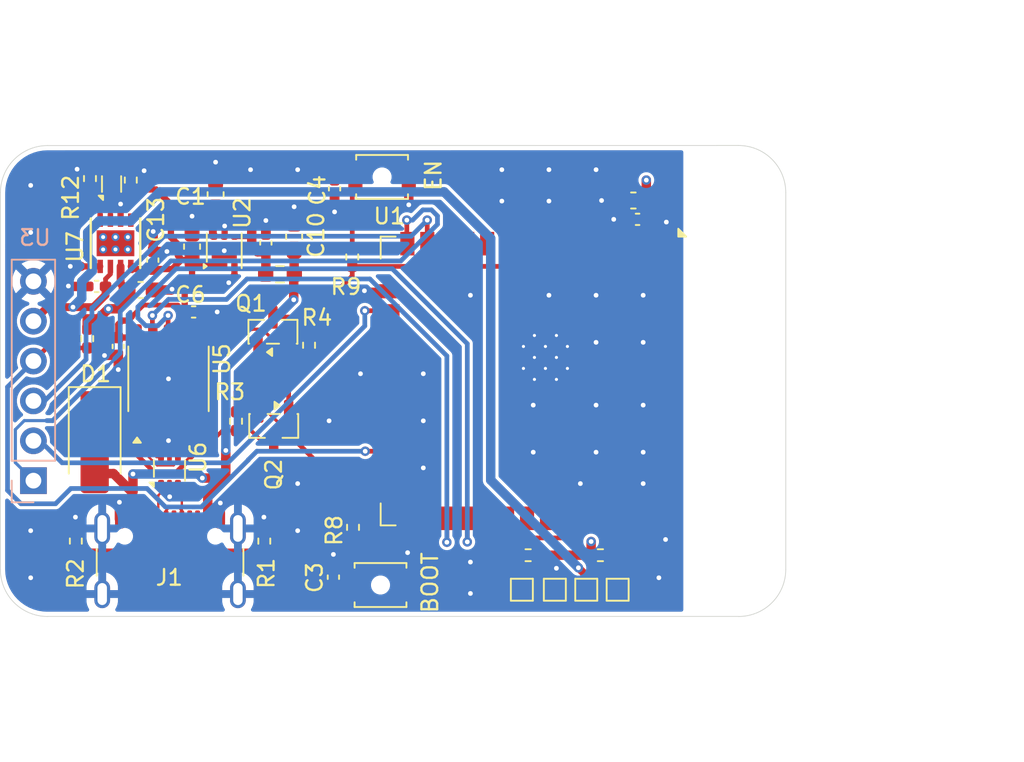
<source format=kicad_pcb>
(kicad_pcb (version 20241229) (generator "pcbnew") (generator_version "9.0")
  (layers (0 "F.Cu" signal) (4 "In1.Cu" signal) (6 "In2.Cu" signal) (2 "B.Cu" signal) (13 "F.Paste" user) (15 "B.Paste" user) (5 "F.SilkS" user "F.Silkscreen") (7 "B.SilkS" user "B.Silkscreen") (1 "F.Mask" user) (3 "B.Mask" user) (25 "Edge.Cuts" user))
  (net 0 "")
  (net 1 "GND")
  (net 2 "+VBUSFTL")
  (net 3 "+3V3")
  (net 4 "Net-(BOOT1-Pad1)")
  (net 5 "Net-(C4-Pad1)")
  (net 6 "+VIN")
  (net 7 "+VBUS")
  (net 8 "+EXTR3V3")
  (net 9 "Net-(D1-K)")
  (net 10 "Net-(D3-K)")
  (net 11 "/USBCC2")
  (net 12 "/USBCD-")
  (net 13 "/USBCC1")
  (net 15 "/USBCD+")
  (net 17 "Net-(Q1-B)")
  (net 18 "/TTLRTS")
  (net 19 "/PROG_EN")
  (net 20 "/TTLDTR")
  (net 21 "Net-(Q2-B)")
  (net 22 "/PROG_IO0")
  (net 23 "/I2CSDA")
  (net 24 "/I2CSCL")
  (net 25 "/SPI_CS")
  (net 26 "Net-(U7-ILIM)")
  (net 29 "/SPI_MOSI")
  (net 40 "/SPI_MISO")
  (net 44 "/UART_RX")
  (net 47 "/UART_TX")
  (net 49 "/SPI_SCK")
  (net 57 "/USBD-")
  (net 58 "/USBD+")
  (footprint "Capacitor_SMD:C_0402_1005Metric_Pad0.74x0.62mm_HandSolder" (layer "F.Cu") (at 138.275 111.9625 90)
    (property "Reference" "C3")
    (property "Value" "1nF" (hide yes))
  )
  (footprint "Resistor_SMD:R_0402_1005Metric_Pad0.72x0.64mm_HandSolder" (layer "F.Cu") (at 155.275 110.5625 180)
    (property "Reference" "R6" (hide yes))
    (property "Value" "10K" (hide yes))
  )
  (footprint "Connector_USB:USB_C_Receptacle_GCT_USB4105-xx-A_16P_TopMnt_Horizontal" (layer "F.Cu") (at 127.875 111.9625)
    (property "Reference" "J1")
    (property "Value" "USB_C_Receptacle_USB2.0_16P" (hide yes))
  )
  (footprint "Resistor_SMD:R_0402_1005Metric_Pad0.72x0.64mm_HandSolder" (layer "F.Cu") (at 121.875 109.6625 90)
    (property "Reference" "R2")
    (property "Value" "5k1" (hide yes))
  )
  (footprint "Resistor_SMD:R_0402_1005Metric_Pad0.72x0.64mm_HandSolder" (layer "F.Cu") (at 125.375 86.6625 90)
    (property "Reference" "R13" (hide yes))
    (property "Value" "100k" (hide yes))
  )
  (footprint "Capacitor_SMD:C_0603_1608Metric_Pad1.08x0.95mm_HandSolder" (layer "F.Cu") (at 126 93.6625)
    (property "Reference" "C12" (hide yes))
    (property "Value" "1uF" (hide yes))
  )
  (footprint "RF_Module:ESP32-WROOM-32E" (layer "F.Cu") (at 154.235 99.4625 -90)
    (property "Reference" "U1")
    (property "Value" "ESP32-WROOM-32E-N8" (hide yes))
  )
  (footprint "Resistor_SMD:R_0402_1005Metric_Pad0.72x0.64mm_HandSolder" (layer "F.Cu") (at 132.075 102.025 90)
    (property "Reference" "R3")
    (property "Value" "12k" (hide yes))
  )
  (footprint "TestPoint:TestPoint_Pad_1.0x1.0mm" (layer "F.Cu") (at 156.375 112.7625)
    (property "Reference" "TP2" (hide yes))
    (property "Value" "TestPoint" (hide yes))
  )
  (footprint "Capacitor_SMD:C_0402_1005Metric_Pad0.74x0.62mm_HandSolder" (layer "F.Cu") (at 129.375 95.0625)
    (property "Reference" "C6")
    (property "Value" "100nF" (hide yes))
  )
  (footprint "Resistor_SMD:R_0603_1608Metric_Pad0.98x0.95mm_HandSolder" (layer "F.Cu") (at 134.875 92.6625 180)
    (property "Reference" "R11" (hide yes))
    (property "Value" "1R" (hide yes))
  )
  (footprint "TestPoint:TestPoint_Pad_1.0x1.0mm" (layer "F.Cu") (at 154.375 112.7625 180)
    (property "Reference" "TP3" (hide yes))
    (property "Value" "TestPoint" (hide yes))
  )
  (footprint "Resistor_SMD:R_0402_1005Metric_Pad0.72x0.64mm_HandSolder" (layer "F.Cu") (at 139.525 108.7875 -90)
    (property "Reference" "R8")
    (property "Value" "470R" (hide yes))
  )
  (footprint "Capacitor_SMD:C_0402_1005Metric_Pad0.74x0.62mm_HandSolder" (layer "F.Cu") (at 126.775 91.7625 90)
    (property "Reference" "C13")
    (property "Value" "100nF" (hide yes))
  )
  (footprint "Power Management:DRB8_2P4X1P65" (layer "F.Cu") (at 124.4 90.6875 -90)
    (property "Reference" "U7")
    (property "Value" "TPS2115ADRBT" (hide yes))
  )
  (footprint "Resistor_SMD:R_0402_1005Metric_Pad0.72x0.64mm_HandSolder" (layer "F.Cu") (at 136.725 97.185 90)
    (property "Reference" "R4")
    (property "Value" "12k" (hide yes))
  )
  (footprint "Resistor_SMD:R_0402_1005Metric_Pad0.72x0.64mm_HandSolder" (layer "F.Cu") (at 122.775 86.565 90)
    (property "Reference" "R12")
    (property "Value" "500R" (hide yes))
  )
  (footprint "Package_TO_SOT_SMD:SOT-23" (layer "F.Cu") (at 134.475 102.325 -90)
    (property "Reference" "Q2")
    (property "Value" "SS8050" (hide yes))
  )
  (footprint "Button_Switch_SMD:SW_SPST_B3U-1000P-B" (layer "F.Cu") (at 141.375 86.4625)
    (property "Reference" "EN")
    (property "Value" "B3U-1000P-B" (hide yes))
  )
  (footprint "Capacitor_SMD:C_0402_1005Metric_Pad0.74x0.62mm_HandSolder" (layer "F.Cu") (at 124.575 97.2625 -90)
    (property "Reference" "C7" (hide yes))
    (property "Value" "100nF" (hide yes))
  )
  (footprint "Capacitor_SMD:C_0402_1005Metric_Pad0.74x0.62mm_HandSolder" (layer "F.Cu") (at 157.6425 89.1625 180)
    (property "Reference" "C8" (hide yes))
    (property "Value" "100nF" (hide yes))
  )
  (footprint "Capacitor_SMD:C_0402_1005Metric_Pad0.74x0.62mm_HandSolder" (layer "F.Cu") (at 123.2 93.4375 180)
    (property "Reference" "C14" (hide yes))
    (property "Value" "100nF" (hide yes))
  )
  (footprint "Resistor_SMD:R_0402_1005Metric_Pad0.72x0.64mm_HandSolder" (layer "F.Cu") (at 122.6 96.7625 -90)
    (property "Reference" "R7" (hide yes))
    (property "Value" "10K" (hide yes))
  )
  (footprint "Capacitor_SMD:C_0603_1608Metric_Pad1.08x0.95mm_HandSolder" (layer "F.Cu") (at 157.375 87.9625 180)
    (property "Reference" "C9" (hide yes))
    (property "Value" "10uF" (hide yes))
  )
  (footprint "Diode_SMD:D_SMA" (layer "F.Cu") (at 123.075 103.3625 -90)
    (property "Reference" "D1")
    (property "Value" "SS110" (hide yes))
  )
  (footprint "Capacitor_SMD:C_0603_1608Metric_Pad1.08x0.95mm_HandSolder" (layer "F.Cu") (at 130.775 87.575 90)
    (property "Reference" "C1")
    (property "Value" "1uF" (hide yes))
  )
  (footprint "Button_Switch_SMD:SW_SPST_B3U-1000P-B" (layer "F.Cu") (at 141.275 112.4625)
    (property "Reference" "BOOT")
    (property "Value" "B3U-1000P-B" (hide yes))
  )
  (footprint "Package_DFN_QFN:Diodes_DFN1006-3" (layer "F.Cu") (at 124.15 86.9125 90)
    (property "Reference" "D3" (hide yes))
    (property "Value" "BAT54CM,315" (hide yes))
  )
  (footprint "Resistor_SMD:R_0402_1005Metric_Pad0.72x0.64mm_HandSolder" (layer "F.Cu") (at 150.675 110.5625)
    (property "Reference" "R5" (hide yes))
    (property "Value" "10K" (hide yes))
  )
  (footprint "Capacitor_SMD:C_0603_1608Metric_Pad1.08x0.95mm_HandSolder" (layer "F.Cu") (at 129.275 90.9 90)
    (property "Reference" "C2" (hide yes))
    (property "Value" "2u2F" (hide yes))
  )
  (footprint "Package_SO:SSOP-10-1EP_3.9x4.9mm_P1mm_EP2.1x3.3mm" (layer "F.Cu") (at 127.775 99.325 90)
    (property "Reference" "U5")
    (property "Value" "CH340K" (hide yes))
  )
  (footprint "Capacitor_SMD:C_0603_1608Metric_Pad1.08x0.95mm_HandSolder" (layer "F.Cu") (at 135.775 90.2625 90)
    (property "Reference" "C10")
    (property "Value" "1uF" (hide yes))
  )
  (footprint "Package_TO_SOT_SMD:SOT-666" (layer "F.Cu") (at 127.8375 105.1625 90)
    (property "Reference" "U6")
    (property "Value" "USBLC6-2P6" (hide yes))
  )
  (footprint "Package_TO_SOT_SMD:SOT-23" (layer "F.Cu") (at 134.425 96.325 90)
    (property "Reference" "Q1")
    (property "Value" "SS8050" (hide yes))
  )
  (footprint "Package_SON:WSON-6-1EP_2x2mm_P0.65mm_EP1x1.6mm" (layer "F.Cu") (at 131.325 91.1625 90)
    (property "Reference" "U2")
    (property "Value" "TLV76733DRVR" (hide yes))
  )
  (footprint "Capacitor_SMD:C_0402_1005Metric_Pad0.74x0.62mm_HandSolder" (layer "F.Cu") (at 138.35 87.2125 -90)
    (property "Reference" "C4")
    (property "Value" "1nF" (hide yes))
  )
  (footprint "TestPoint:TestPoint_Pad_1.0x1.0mm" (layer "F.Cu") (at 150.275 112.7625)
    (property "Reference" "TP1" (hide yes))
    (property "Value" "TestPoint" (hide yes))
  )
  (footprint "TestPoint:TestPoint_Pad_1.0x1.0mm" (layer "F.Cu") (at 152.375 112.7625 180)
    (property "Reference" "TP4" (hide yes))
    (property "Value" "TestPoint" (hide yes))
  )
  (footprint "Capacitor_SMD:C_0402_1005Metric_Pad0.74x0.62mm_HandSolder" (layer "F.Cu") (at 133.975 90.6625 90)
    (property "Reference" "C11" (hide yes))
    (property "Value" "100nF" (hide yes))
  )
  (footprint "Resistor_SMD:R_0402_1005Metric_Pad0.72x0.64mm_HandSolder" (layer "F.Cu") (at 133.875 109.665 90)
    (property "Reference" "R1")
    (property "Value" "5k1" (hide yes))
  )
  (footprint "Resistor_SMD:R_0402_1005Metric_Pad0.72x0.64mm_HandSolder" (layer "F.Cu") (at 139.475 91.5625 90)
    (property "Reference" "R9")
    (property "Value" "470R" (hide yes))
  )
  (footprint "Connector_PinHeader_2.54mm:PinHeader_1x06_P2.54mm_Vertical" (layer "B.Cu") (at 119.175 105.8125)
    (property "Reference" "U3")
    (property "Value" "LOG Interface" (hide yes))
  )
  (gr_line (start 120.07132 114.4625) (end 164.07868 114.4625) (stroke (width 0.05)) (layer "Edge.Cuts"))
  (gr_arc (start 117.075 87.4625) (mid 117.95368 85.34118) (end 120.075 84.4625) (stroke (width 0.05)) (layer "Edge.Cuts"))
  (gr_line (start 117.075 87.4625) (end 117.07132 111.4662) (stroke (width 0.05)) (layer "Edge.Cuts"))
  (gr_arc (start 164.07868 84.45882) (mid 166.2 85.3375) (end 167.07868 87.45882) (stroke (width 0.05)) (layer "Edge.Cuts"))
  (gr_arc (start 120.07132 114.46618) (mid 117.95 113.5875) (end 117.07132 111.46618) (stroke (width 0.05)) (layer "Edge.Cuts"))
  (gr_line (start 164.0787 84.45882) (end 120.075 84.4625) (stroke (width 0.05)) (layer "Edge.Cuts"))
  (gr_arc (start 167.07868 111.46618) (mid 166.2 113.5875) (end 164.07868 114.46618) (stroke (width 0.05)) (layer "Edge.Cuts"))
  (gr_line (start 167.078679 111.46618) (end 167.07868 87.45882) (stroke (width 0.05)) (layer "Edge.Cuts"))
  (segment (start 127.8375 106.0875) (end 127.8375 106.825) (width 0.3) (layer "F.Cu") (net 1))
  (segment (start 122.775 85.9675) (end 121.955 85.9675) (width 0.6) (layer "F.Cu") (net 1))
  (segment (start 121.85 109.04) (end 121.875 109.065) (width 0.4) (layer "F.Cu") (net 1))
  (segment (start 122.3325 93.4375) (end 121.4 93.4375) (width 0.6) (layer "F.Cu") (net 1))
  (segment (start 131.975 92.05) (end 131.975 92.838914) (width 0.4) (layer "F.Cu") (net 1))
  (segment (start 143 110.4) (end 143 112.4375) (width 0.6) (layer "F.Cu") (net 1))
  (segment (start 157.075 89.1625) (end 156.125 89.1625) (width 0.6) (layer "F.Cu") (net 1))
  (segment (start 141.7 93.7125) (end 141.735 93.7475) (width 0.4) (layer "F.Cu") (net 1))
  (segment (start 124.575 97.83) (end 123.7075 97.83) (width 0.6) (layer "F.Cu") (net 1))
  (segment (start 121.4 93.4375) (end 121.4 93.4125) (width 0.4) (layer "F.Cu") (net 1))
  (segment (start 126.8 89.9375) (end 126.8 91.17) (width 0.6) (layer "F.Cu") (net 1))
  (segment (start 156.5125 87.9625) (end 155.35 87.9625) (width 0.6) (layer "F.Cu") (net 1))
  (segment (start 159.425 109.5625) (end 159.425 108.2825) (width 0.6) (layer "F.Cu") (net 1))
  (segment (start 130.875 95.0625) (end 129.9425 95.0625) (width 0.6) (layer "F.Cu") (net 1))
  (segment (start 133.85 109.0425) (end 133.875 109.0675) (width 0.4) (layer "F.Cu") (net 1))
  (segment (start 121.523 92.158) (end 122.1955 92.158) (width 0.6) (layer "F.Cu") (net 1))
  (segment (start 124.65 107.1875) (end 124.65 108.2575) (width 0.6) (layer "F.Cu") (net 1))
  (segment (start 127.675 91.2125) (end 126.7925 91.2125) (width 0.6) (layer "F.Cu") (net 1))
  (segment (start 138.35 87.78) (end 138.35 88.6875) (width 0.6) (layer "F.Cu") (net 1))
  (segment (start 122.1955 92.158) (end 122.200001 92.162501) (width 0.4) (layer "F.Cu") (net 1))
  (segment (start 159.425 108.2825) (end 159.495 108.2125) (width 0.4) (layer "F.Cu") (net 1))
  (segment (start 135.775 89.4) (end 135.775 88.3625) (width 0.6) (layer "F.Cu") (net 1))
  (segment (start 131.35 90.25) (end 131.325 90.275) (width 0.4) (layer "F.Cu") (net 1))
  (segment (start 126.7925 91.2125) (end 126.775 91.195) (width 0.4) (layer "F.Cu") (net 1))
  (segment (start 133.975 90.095) (end 133.975 89.2375) (width 0.6) (layer "F.Cu") (net 1))
  (segment (start 124.725001 88.187499) (end 124.725001 89.212499) (width 0.4) (layer "F.Cu") (net 1))
  (segment (start 130.774 86.7115) (end 130.775 86.7125) (width 0.4) (layer "F.Cu") (net 1))
  (segment (start 126.8 91.17) (end 126.775 91.195) (width 0.4) (layer "F.Cu") (net 1))
  (segment (start 152.475 112.6625) (end 152.375 112.7625) (width 0.4) (layer "F.Cu") (net 1))
  (segment (start 133.85 108.1375) (end 133.85 109.0425) (width 0.6) (layer "F.Cu") (net 1))
  (segment (start 127.775 101.9625) (end 127.775 103.2625) (width 0.4) (layer "F.Cu") (net 1))
  (segment (start 121.85 108.1375) (end 121.85 109.04) (width 0.6) (layer "F.Cu") (net 1))
  (segment (start 124.65 108.2575) (end 124.675 108.2825) (width 0.4) (layer "F.Cu") (net 1))
  (segment (start 143 112.4375) (end 142.975 112.4625) (width 0.4) (layer "F.Cu") (net 1))
  (segment (start 126.8625 93.6625) (end 127.951001 93.6625) (width 0.6) (layer "F.Cu") (net 1))
  (segment (start 159.475 89.3375) (end 159.475 90.6925) (width 0.6) (layer "F.Cu") (net 1))
  (segment (start 123.7075 97.83) (end 123.7 97.8375) (width 0.4) (layer "F.Cu") (net 1))
  (segment (start 122.200001 92.162501) (end 123.425001 92.162501) (width 0.4) (layer "F.Cu") (net 1))
  (segment (start 131.975 92.838914) (end 131.613207 93.200707) (width 0.6) (layer "F.Cu") (net 1))
  (segment (start 143.075 86.4625) (end 143.075 88.2375) (width 0.6) (layer "F.Cu") (net 1))
  (segment (start 140.25 93.7125) (end 141.7 93.7125) (width 0.4) (layer "F.Cu") (net 1))
  (segment (start 127.951001 93.6625) (end 128 93.613501) (width 0.6) (layer "F.Cu") (net 1))
  (segment (start 131.35 89.5875) (end 131.35 90.25) (width 0.4) (layer "F.Cu") (net 1))
  (segment (start 124.575 97.83) (end 124.575 98.7375) (width 0.6) (layer "F.Cu") (net 1))
  (segment (start 129.275 88.9625) (end 129.275 90.0375) (width 0.6) (layer "F.Cu") (net 1))
  (segment (start 125.375 86.065) (end 126.2225 86.065) (width 0.6) (layer "F.Cu") (net 1))
  (segment (start 138.275 110.5125) (end 138.275 111.395) (width 0.6) (layer "F.Cu") (net 1))
  (segment (start 152.475 111.395) (end 152.475 112.6625) (width 0.4) (layer "F.Cu") (net 1))
  (segment (start 127.8375 106.825) (end 127.85 106.8375) (width 0.3) (layer "F.Cu") (net 1))
  (segment (start 159.475 90.6925) (end 159.495 90.7125) (width 0.4) (layer "F.Cu") (net 1))
  (segment (start 130.774 85.52) (end 130.774 86.7115) (width 0.6) (layer "F.Cu") (net 1))
  (segment (start 131.075 107.2375) (end 131.075 108.2825) (width 0.6) (layer "F.Cu") (net 1))
  (via (at 123.7 97.8375) (size 0.6) (drill 0.3) (layers "F.Cu" "B.Cu") (net 1))
  (via (at 128 93.613501) (size 0.6) (drill 0.3) (layers "F.Cu" "B.Cu") (net 1))
  (via (at 158 104) (size 0.6) (drill 0.3) (layers "F.Cu" "B.Cu") (net 1))
  (via (at 140.25 93.7125) (size 0.6) (drill 0.3) (layers "F.Cu" "B.Cu") (net 1))
  (via (at 131.613207 93.200707) (size 0.6) (drill 0.3) (layers "F.Cu" "B.Cu") (net 1))
  (via (at 144 105) (size 0.6) (drill 0.3) (layers "F.Cu" "B.Cu") (net 1))
  (via (at 155 86) (size 0.6) (drill 0.3) (layers "F.Cu" "B.Cu") (net 1))
  (via (at 138 102) (size 0.6) (drill 0.3) (layers "F.Cu" "B.Cu") (net 1))
  (via (at 130.774 85.52) (size 0.6) (drill 0.3) (layers "F.Cu" "B.Cu") (net 1))
  (via (at 121.523 92.158) (size 0.6) (drill 0.3) (layers "F.Cu" "B.Cu") (net 1))
  (via (at 144 99) (size 0.6) (drill 0.3) (layers "F.Cu" "B.Cu") (net 1))
  (via (at 124.725001 88.187499) (size 0.6) (drill 0.3) (layers "F.Cu" "B.Cu") (net 1))
  (via (at 121.955 85.9675) (size 0.6) (drill 0.3) (layers "F.Cu" "B.Cu") (net 1))
  (via (at 159 112) (size 0.6) (drill 0.3) (layers "F.Cu" "B.Cu") (net 1))
  (via (at 159.425 109.5625) (size 0.6) (drill 0.3) (layers "F.Cu" "B.Cu") (net 1))
  (via (at 147 94) (size 0.6) (drill 0.3) (layers "F.Cu" "B.Cu") (net 1))
  (via (at 155.35 87.9625) (size 0.6) (drill 0.3) (layers "F.Cu" "B.Cu") (net 1))
  (via (at 149 86) (size 0.6) (drill 0.3) (layers "F.Cu" "B.Cu") (net 1))
  (via (at 136 109) (size 0.6) (drill 0.3) (layers "F.Cu" "B.Cu") (net 1))
  (via (at 127.775 99.325) (size 0.6) (drill 0.3) (layers "F.Cu" "B.Cu") (net 1))
  (via (at 152 88) (size 0.6) (drill 0.3) (layers "F.Cu" "B.Cu") (net 1))
  (via (at 126.8 89.9375) (size 0.6) (drill 0.3) (layers "F.Cu" "B.Cu") (net 1))
  (via (at 151 104) (size 0.6) (drill 0.3) (layers "F.Cu" "B.Cu") (net 1))
  (via (at 121.4 93.4125) (size 0.6) (drill 0.3) (layers "F.Cu" "B.Cu") (net 1))
  (via (at 152 86) (size 0.6) (drill 0.3) (layers "F.Cu" "B.Cu") (net 1))
  (via (at 151 101) (size 0.6) (drill 0.3) (layers "F.Cu" "B.Cu") (net 1))
  (via (at 155 94) (size 0.6) (drill 0.3) (layers "F.Cu" "B.Cu") (net 1))
  (via (at 158 106) (size 0.6) (drill 0.3) (layers "F.Cu" "B.Cu") (net 1))
  (via (at 131.35 89.5875) (size 0.6) (drill 0.3) (layers "F.Cu" "B.Cu") (net 1))
  (via (at 133 86) (size 0.6) (drill 0.3) (layers "F.Cu" "B.Cu") (net 1))
  (via (at 156.125 89.1625) (size 0.6) (drill 0.3) (layers "F.Cu" "B.Cu") (net 1))
  (via (at 127.85 106.8375) (size 0.6) (drill 0.3) (layers "F.Cu" "B.Cu") (net 1))
  (via (at 136 86) (size 0.6) (drill 0.3) (layers "F.Cu" "B.Cu") (net 1))
  (via (at 147 111) (size 0.6) (drill 0.3) (layers "F.Cu" "B.Cu") (net 1))
  (via (at 138.275 110.5125) (size 0.6) (drill 0.3) (layers "F.Cu" "B.Cu") (net 1))
  (via (at 147 113) (size 0.6) (drill 0.3) (layers "F.Cu" "B.Cu") (net 1))
  (via (at 119 90) (size 0.6) (drill 0.3) (layers "F.Cu" "B.Cu") (net 1))
  (via (at 121.85 108.1375) (size 0.6) (drill 0.3) (layers "F.Cu" "B.Cu") (net 1))
  (via (at 136 106) (size 0.6) (drill 0.3) (layers "F.Cu" "B.Cu") (net 1))
  (via (at 133.975 89.2375) (size 0.6) (drill 0.3) (layers "F.Cu" "B.Cu") (net 1))
  (via (at 155 101) (size 0.6) (drill 0.3) (layers "F.Cu" "B.Cu") (net 1))
  (via (at 143.075 88.2375) (size 0.6) (drill 0.3) (layers "F.Cu" "B.Cu") (net 1))
  (via (at 138.35 88.6875) (size 0.6) (drill 0.3) (layers "F.Cu" "B.Cu") (net 1))
  (via (at 130.875 95.0625) (size 0.6) (drill 0.3) (layers "F.Cu" "B.Cu") (net 1))
  (via (at 127.675 91.2125) (size 0.6) (drill 0.3) (layers "F.Cu" "B.Cu") (net 1))
  (via (at 119 109) (size 0.6) (drill 0.3) (layers "F.Cu" "B.Cu") (net 1))
  (via (at 143 110.4) (size 0.6) (drill 0.3) (layers "F.Cu" "B.Cu") (net 1))
  (via (at 127.775 103.2625) (size 0.6) (drill 0.3) (layers "F.Cu" "B.Cu") (net 1))
  (via (at 154 106) (size 0.6) (drill 0.3) (layers "F.Cu" "B.Cu") (net 1))
  (via (at 124.575 98.7375) (size 0.6) (drill 0.3) (layers "F.Cu" "B.Cu") (net 1))
  (via (at 158 94) (size 0.6) (drill 0.3) (layers "F.Cu" "B.Cu") (net 1))
  (via (at 152.475 111.395) (size 0.6) (drill 0.3) (layers "F.Cu" "B.Cu") (net 1))
  (via (at 126.2225 86.065) (size 0.6) (drill 0.3) (layers "F.Cu" "B.Cu") (net 1))
  (via (at 158 97) (size 0.6) (drill 0.3) (layers "F.Cu" "B.Cu") (net 1))
  (via (at 155 104) (size 0.6) (drill 0.3) (layers "F.Cu" "B.Cu") (net 1))
  (via (at 133.85 108.1375) (size 0.6) (drill 0.3) (layers "F.Cu" "B.Cu") (net 1))
  (via (at 124.65 107.1875) (size 0.6) (drill 0.3) (layers "F.Cu" "B.Cu") (net 1))
  (via (at 135.775 88.3625) (size 0.6) (drill 0.3) (layers "F.Cu" "B.Cu") (net 1))
  (via (at 155 97) (size 0.6) (drill 0.3) (layers "F.Cu" "B.Cu") (net 1))
  (via (at 129.275 88.9625) (size 0.6) (drill 0.3) (layers "F.Cu" "B.Cu") (net 1))
  (via (at 119 87) (size 0.6) (drill 0.3) (layers "F.Cu" "B.Cu") (net 1))
  (via (at 140 99) (size 0.6) (drill 0.3) (layers "F.Cu" "B.Cu") (net 1))
  (via (at 144 102) (size 0.6) (drill 0.3) (layers "F.Cu" "B.Cu") (net 1))
  (via (at 158 101) (size 0.6) (drill 0.3) (layers "F.Cu" "B.Cu") (net 1))
  (via (at 159.475 89.3375) (size 0.6) (drill 0.3) (layers "F.Cu" "B.Cu") (net 1))
  (via (at 131.325 91.1625) (size 0.6) (drill 0.3) (layers "F.Cu" "B.Cu") (net 1))
  (via (at 119 112) (size 0.6) (drill 0.3) (layers "F.Cu" "B.Cu") (net 1))
  (via (at 149 88) (size 0.6) (drill 0.3) (layers "F.Cu" "B.Cu") (net 1))
  (via (at 152 94) (size 0.6) (drill 0.3) (layers "F.Cu" "B.Cu") (net 1))
  (via (at 131.075 107.2375) (size 0.6) (drill 0.3) (layers "F.Cu" "B.Cu") (net 1))
  (segment (start 133.975 92.65) (end 133.9625 92.6625) (width 0.5) (layer "F.Cu") (net 2))
  (segment (start 133.4425 91.23) (end 133.975 91.23) (width 0.6) (layer "F.Cu") (net 2))
  (segment (start 133.075 90.8625) (end 133.4425 91.23) (width 0.6) (layer "F.Cu") (net 2))
  (segment (start 133.075 89.5625) (end 133.075 90.2625) (width 0.3) (layer "F.Cu") (net 2))
  (segment (start 131.95 88.4375) (end 133.075 89.5625) (width 0.6) (layer "F.Cu") (net 2))
  (segment (start 133.075 90.2625) (end 133.0625 90.275) (width 0.3) (layer "F.Cu") (net 2))
  (segment (start 133.975 91.23) (end 133.975 92.65) (width 0.6) (layer "F.Cu") (net 2))
  (segment (start 130.775 88.4375) (end 130.599 88.6135) (width 0.5) (layer "F.Cu") (net 2))
  (segment (start 133.075 89.5625) (end 133.075 90.8625) (width 0.6) (layer "F.Cu") (net 2))
  (segment (start 130.599 88.6135) (end 130.599 90.199) (width 0.5) (layer "F.Cu") (net 2))
  (segment (start 130.6115 90.2115) (end 130.675 90.2115) (width 0.5) (layer "F.Cu") (net 2))
  (segment (start 130.775 88.4375) (end 131.95 88.4375) (width 0.6) (layer "F.Cu") (net 2))
  (segment (start 130.599 90.199) (end 130.6115 90.2115) (width 0.5) (layer "F.Cu") (net 2))
  (segment (start 133.0625 90.275) (end 131.975 90.275) (width 0.3) (layer "F.Cu") (net 2))
  (segment (start 128.8075 95.0625) (end 128.8075 96.655) (width 0.4) (layer "F.Cu") (net 3))
  (segment (start 124.575 96.695) (end 125.7675 96.695) (width 0.4) (layer "F.Cu") (net 3))
  (segment (start 129.5625 92.05) (end 129.275 91.7625) (width 0.3) (layer "F.Cu") (net 3))
  (segment (start 124.82375 95.61375) (end 124.575 95.8625) (width 0.4) (layer "F.Cu") (net 3))
  (segment (start 125.375 87.26) (end 124.4035 87.26) (width 0.3) (layer "F.Cu") (net 3))
  (segment (start 128.376 90.754) (end 128.1335 90.5115) (width 0.4) (layer "F.Cu") (net 3))
  (segment (start 128.1285 90.5115) (end 127.93 90.313) (width 0.4) (layer "F.Cu") (net 3))
  (segment (start 128.575 91.7625) (end 128.0075 92.33) (width 0.4) (layer "F.Cu") (net 3))
  (segment (start 126.175 94.625) (end 128.37 94.625) (width 0.3) (layer "F.Cu") (net 3))
  (segment (start 128.0075 92.33) (end 126.775 92.33) (width 0.4) (layer "F.Cu") (net 3))
  (segment (start 127.93 88.2175) (end 126.9725 87.26) (width 0.4) (layer "F.Cu") (net 3))
  (segment (start 128.8075 93.63) (end 128.8075 95.0625) (width 0.4) (layer "F.Cu") (net 3))
  (segment (start 130.675 92.05) (end 129.5625 92.05) (width 0.3) (layer "F.Cu") (net 3))
  (segment (start 125.45 95.35) (end 126.175 94.625) (width 0.3) (layer "F.Cu") (net 3))
  (segment (start 125.542498 92.33) (end 125.374999 92.162501) (width 0.4) (layer "F.Cu") (net 3))
  (segment (start 129.275 93.1625) (end 128.8075 93.63) (width 0.4) (layer "F.Cu") (net 3))
  (segment (start 128.8075 96.655) (end 128.775 96.6875) (width 0.3) (layer "F.Cu") (net 3))
  (segment (start 124.575 95.8625) (end 124.575 96.695) (width 0.4) (layer "F.Cu") (net 3))
  (segment (start 126.9725 87.26) (end 125.375 87.26) (width 0.4) (layer "F.Cu") (net 3))
  (segment (start 125.45 95.35) (end 125.18625 95.61375) (width 0.4) (layer "F.Cu") (net 3))
  (segment (start 125.18625 95.61375) (end 124.82375 95.61375) (width 0.4) (layer "F.Cu") (net 3))
  (segment (start 128.376 91.479) (end 128.376 90.754) (width 0.4) (layer "F.Cu") (net 3))
  (segment (start 124.4035 87.26) (end 124.401 87.2625) (width 0.3) (layer "F.Cu") (net 3))
  (segment (start 129.275 91.7625) (end 128.575 91.7625) (width 0.4) (layer "F.Cu") (net 3))
  (segment (start 127.93 90.313) (end 127.93 88.2175) (width 0.4) (layer "F.Cu") (net 3))
  (segment (start 126.775 92.33) (end 125.542498 92.33) (width 0.4) (layer "F.Cu") (net 3))
  (segment (start 128.37 94.625) (end 128.8075 95.0625) (width 0.3) (layer "F.Cu") (net 3))
  (segment (start 125.7675 96.695) (end 125.775 96.6875) (width 0.3) (layer "F.Cu") (net 3))
  (segment (start 129.275 91.7625) (end 129.275 93.1625) (width 0.4) (layer "F.Cu") (net 3))
  (segment (start 128.1335 90.5115) (end 128.1285 90.5115) (width 0.4) (layer "F.Cu") (net 3))
  (segment (start 131.325 92.05) (end 130.675 92.05) (width 0.3) (layer "F.Cu") (net 3))
  (segment (start 129.275 91.7625) (end 128.6595 91.7625) (width 0.4) (layer "F.Cu") (net 3))
  (segment (start 128.6595 91.7625) (end 128.376 91.479) (width 0.4) (layer "F.Cu") (net 3))
  (segment (start 139.5075 112.53) (end 139.575 112.4625) (width 0.25) (layer "F.Cu") (net 4))
  (segment (start 139.525 112.4125) (end 139.575 112.4625) (width 0.3) (layer "F.Cu") (net 4))
  (segment (start 138.275 112.53) (end 138.3425 112.4625) (width 0.25) (layer "F.Cu") (net 4))
  (segment (start 138.275 112.53) (end 139.5075 112.53) (width 0.25) (layer "F.Cu") (net 4))
  (segment (start 139.525 109.385) (end 139.525 112.4125) (width 0.3) (layer "F.Cu") (net 4))
  (segment (start 139.4775 112.365) (end 139.575 112.4625) (width 0.25) (layer "F.Cu") (net 4))
  (segment (start 138.35 86.645) (end 139.4925 86.645) (width 0.3) (layer "F.Cu") (net 5))
  (segment (start 139.475 86.6625) (end 139.475 90.965) (width 0.3) (layer "F.Cu") (net 5))
  (segment (start 139.4925 86.645) (end 139.675 86.4625) (width 0.3) (layer "F.Cu") (net 5))
  (segment (start 139.4775 86.66) (end 139.675 86.4625) (width 0.3) (layer "F.Cu") (net 5))
  (segment (start 139.675 86.4625) (end 139.475 86.6625) (width 0.3) (layer "F.Cu") (net 5))
  (segment (start 154.686 110.554) (end 154.6775 110.5625) (width 0.5) (layer "F.Cu") (net 6))
  (segment (start 151.2725 110.5625) (end 154.6775 110.5625) (width 0.6) (layer "F.Cu") (net 6))
  (segment (start 124.6375 94.8625) (end 123.95 94.8625) (width 0.6) (layer "F.Cu") (net 6))
  (segment (start 158.2375 87.9625) (end 158.2375 89.135) (width 0.6) (layer "F.Cu") (net 6))
  (segment (start 123.95 94.8625) (end 123.3055 95.507) (width 0.6) (layer "F.Cu") (net 6))
  (segment (start 124.725001 92.162501) (end 124.725001 93.250001) (width 0.5) (layer "F.Cu") (net 6))
  (segment (start 125.1375 94.3625) (end 124.6375 94.8625) (width 0.6) (layer "F.Cu") (net 6))
  (segment (start 158.2 87.925) (end 158.2375 87.9625) (width 0.5) (layer "F.Cu") (net 6))
  (segment (start 125.1375 93.6625) (end 125.1375 94.3625) (width 0.6) (layer "F.Cu") (net 6))
  (segment (start 154.686 109.691) (end 154.686 110.554) (width 0.6) (layer "F.Cu") (net 6))
  (segment (start 123.3055 95.507) (end 122.6 95.507) (width 0.6) (layer "F.Cu") (net 6))
  (segment (start 158.21 89.1625) (end 158.21 90.6975) (width 0.6) (layer "F.Cu") (net 6))
  (segment (start 158.2375 89.135) (end 158.21 89.1625) (width 0.5) (layer "F.Cu") (net 6))
  (segment (start 122.6 95.507) (end 122.6 96.165) (width 0.6) (layer "F.Cu") (net 6))
  (segment (start 158.2 86.6625) (end 158.2 87.925) (width 0.6) (layer "F.Cu") (net 6))
  (segment (start 158.21 90.6975) (end 158.225 90.7125) (width 0.5) (layer "F.Cu") (net 6))
  (segment (start 124.725001 93.250001) (end 125.1375 93.6625) (width 0.5) (layer "F.Cu") (net 6))
  (via (at 154.686 109.691) (size 0.6) (drill 0.3) (layers "F.Cu" "B.Cu") (net 6))
  (via (at 158.2 86.6625) (size 0.6) (drill 0.3) (layers "F.Cu" "B.Cu") (net 6))
  (via (at 123.95 94.8625) (size 0.6) (drill 0.3) (layers "F.Cu" "B.Cu") (net 6))
  (segment (start 129.929 105.648) (end 131.301 105.648) (width 0.6) (layer "F.Cu") (net 7))
  (segment (start 131.423 104.4395) (end 131.425 104.4375) (width 0.6) (layer "F.Cu") (net 7))
  (segment (start 135.775 92.65) (end 135.7875 92.6625) (width 0.5) (layer "F.Cu") (net 7))
  (segment (start 130.275 108.2825) (end 130.275 106.674) (width 0.6) (layer "F.Cu") (net 7))
  (segment (start 125.513 106.5245) (end 125.475 106.5625) (width 0.6) (layer "F.Cu") (net 7))
  (segment (start 131.301 105.648) (end 131.423 105.526) (width 0.6) (layer "F.Cu") (net 7))
  (segment (start 125.475 106.5625) (end 124.275 105.3625) (width 0.6) (layer "F.Cu") (net 7))
  (segment (start 125.475 108.2825) (end 125.475 107.072) (width 0.5) (layer "F.Cu") (net 7))
  (segment (start 131.423 105.526) (end 131.423 104.4395) (width 0.6) (layer "F.Cu") (net 7))
  (segment (start 135.775 91.125) (end 135.775 92.65) (width 0.6) (layer "F.Cu") (net 7))
  (segment (start 125.513 105.388) (end 125.513 106.5245) (width 0.6) (layer "F.Cu") (net 7))
  (segment (start 124.275 105.3625) (end 123.075 105.3625) (width 0.6) (layer "F.Cu") (net 7))
  (segment (start 131.425 104.4375) (end 131.425 103.8875) (width 0.6) (layer "F.Cu") (net 7))
  (segment (start 130.275 106.674) (end 131.301 105.648) (width 0.6) (layer "F.Cu") (net 7))
  (segment (start 135.75 94.2875) (end 135.75 92.7) (width 0.6) (layer "F.Cu") (net 7))
  (segment (start 135.75 92.7) (end 135.7875 92.6625) (width 0.5) (layer "F.Cu") (net 7))
  (segment (start 125.475 107.072) (end 125.475 106.5625) (width 0.6) (layer "F.Cu") (net 7))
  (via (at 135.75 94.2875) (size 0.6) (drill 0.3) (layers "F.Cu" "B.Cu") (net 7))
  (via (at 131.425 103.8875) (size 0.6) (drill 0.3) (layers "F.Cu" "B.Cu") (net 7))
  (via (at 129.929 105.648) (size 0.6) (drill 0.3) (layers "F.Cu" "B.Cu") (net 7))
  (via (at 125.513 105.388) (size 0.6) (drill 0.3) (layers "F.Cu" "B.Cu") (net 7))
  (segment (start 129.929 105.648) (end 129.669 105.388) (width 0.6) (layer "B.Cu") (net 7))
  (segment (start 129.669 105.388) (end 125.513 105.388) (width 0.6) (layer "B.Cu") (net 7))
  (segment (start 131.425 103.8875) (end 131.427 103.8855) (width 0.6) (layer "B.Cu") (net 7))
  (segment (start 131.427 103.8855) (end 131.427 98.6105) (width 0.6) (layer "B.Cu") (net 7))
  (segment (start 131.427 98.6105) (end 135.75 94.2875) (width 0.6) (layer "B.Cu") (net 7))
  (segment (start 153.87525 111.36275) (end 154.384 111.8715) (width 0.5) (layer "F.Cu") (net 8))
  (segment (start 154.384 112.7535) (end 154.375 112.7625) (width 0.3) (layer "F.Cu") (net 8))
  (segment (start 122.994 94.756) (end 123.7675 93.9825) (width 0.5) (layer "F.Cu") (net 8))
  (segment (start 120.0715 94.756) (end 119.175 95.6525) (width 0.5) (layer "F.Cu") (net 8))
  (segment (start 154.384 111.8715) (end 154.384 112.7535) (width 0.5) (layer "F.Cu") (net 8))
  (segment (start 121.693 94.756) (end 122.994 94.756) (width 0.5) (layer "F.Cu") (net 8))
  (segment (start 123.7675 93.9825) (end 123.7675 93.4375) (width 0.5) (layer "F.Cu") (net 8))
  (segment (start 124.074999 92.650001) (end 123.7675 92.9575) (width 0.3) (layer "F.Cu") (net 8))
  (segment (start 124.074999 92.162501) (end 124.074999 92.650001) (width 0.3) (layer "F.Cu") (net 8))
  (segment (start 121.693 94.756) (end 120.0715 94.756) (width 0.5) (layer "F.Cu") (net 8))
  (segment (start 123.7675 92.9575) (end 123.7675 93.4375) (width 0.3) (layer "F.Cu") (net 8))
  (segment (start 154.375 112.7625) (end 154.6775 112.46) (width 0.3) (layer "F.Cu") (net 8))
  (via (at 153.87525 111.36275) (size 0.6) (drill 0.3) (layers "F.Cu" "B.Cu") (net 8))
  (via (at 121.693 94.756) (size 0.6) (drill 0.3) (layers "F.Cu" "B.Cu") (net 8))
  (segment (start 121.693 94.756) (end 122.25 94.199) (width 0.6) (layer "B.Cu") (net 8))
  (segment (start 148.291 90.3785) (end 148.291 105.7785) (width 0.6) (layer "B.Cu") (net 8))
  (segment (start 125.375 89.2625) (end 127.224 87.4135) (width 0.6) (layer "B.Cu") (net 8))
  (segment (start 122.926 92.448575) (end 122.926 91.826425) (width 0.6) (layer "B.Cu") (net 8))
  (segment (start 122.926 91.826425) (end 122.628 91.528425) (width 0.6) (layer "B.Cu") (net 8))
  (segment (start 127.224 87.4135) (end 145.326 87.4135) (width 0.6) (layer "B.Cu") (net 8))
  (segment (start 122.25 94.199) (end 122.25 93.124575) (width 0.6) (layer "B.Cu") (net 8))
  (segment (start 122.25 93.124575) (end 122.926 92.448575) (width 0.6) (layer "B.Cu") (net 8))
  (segment (start 148.291 105.7785) (end 153.87525 111.36275) (width 0.6) (layer "B.Cu") (net 8))
  (segment (start 145.326 87.4135) (end 148.291 90.3785) (width 0.6) (layer "B.Cu") (net 8))
  (segment (start 123.3595 89.2625) (end 125.375 89.2625) (width 0.6) (layer "B.Cu") (net 8))
  (segment (start 122.628 91.528425) (end 122.628 89.994) (width 0.6) (layer "B.Cu") (net 8))
  (segment (start 122.628 89.994) (end 123.3595 89.2625) (width 0.6) (layer "B.Cu") (net 8))
  (segment (start 128.9135 104.620214) (end 128.9135 104.65557) (width 0.3) (layer "F.Cu") (net 9))
  (segment (start 126.8295 105.2395) (end 125.685 104.095) (width 0.3) (layer "F.Cu") (net 9))
  (segment (start 128.114142 103.7625) (end 127.8375 104.039142) (width 0.2) (layer "F.Cu") (net 9))
  (segment (start 128.626454 104.9135) (end 128.275453 105.2645) (width 0.3) (layer "F.Cu") (net 9))
  (segment (start 128.9135 104.65557) (end 128.65557 104.9135) (width 0.3) (layer "F.Cu") (net 9))
  (segment (start 125.685 104.095) (end 124.361 104.095) (width 0.3) (layer "F.Cu") (net 9))
  (segment (start 128.275453 105.2645) (end 126.874041 105.2645) (width 0.3) (layer "F.Cu") (net 9))
  (segment (start 124.361 104.095) (end 123.075 102.809) (width 0.3) (layer "F.Cu") (net 9))
  (segment (start 128.65557 104.9135) (end 128.626454 104.9135) (width 0.3) (layer "F.Cu") (net 9))
  (segment (start 129.275 103.9625) (end 129.275 104.258714) (width 0.3) (layer "F.Cu") (net 9))
  (segment (start 129.075 103.7625) (end 129.275 103.9625) (width 0.3) (layer "F.Cu") (net 9))
  (segment (start 123.075 102.809) (end 123.075 101.3625) (width 0.3) (layer "F.Cu") (net 9))
  (segment (start 129.275 104.258714) (end 128.9135 104.620214) (width 0.3) (layer "F.Cu") (net 9))
  (segment (start 128.915 103.7625) (end 128.114142 103.7625) (width 0.2) (layer "F.Cu") (net 9))
  (segment (start 127.8375 104.039142) (end 127.8375 104.2375) (width 0.2) (layer "F.Cu") (net 9))
  (segment (start 126.874041 105.2645) (end 126.849042 105.2395) (width 0.3) (layer "F.Cu") (net 9))
  (segment (start 128.915 103.7625) (end 129.075 103.7625) (width 0.3) (layer "F.Cu") (net 9))
  (segment (start 126.849042 105.2395) (end 126.8295 105.2395) (width 0.3) (layer "F.Cu") (net 9))
  (segment (start 124.075 89.212498) (end 124.075 87.9625) (width 0.3) (layer "F.Cu") (net 10))
  (segment (start 123.925 87.2625) (end 123.925 87.8125) (width 0.25) (layer "F.Cu") (net 10))
  (segment (start 124.074999 89.212499) (end 124.075 89.212498) (width 0.3) (layer "F.Cu") (net 10))
  (segment (start 124.075 87.9625) (end 123.925 87.8125) (width 0.3) (layer "F.Cu") (net 10))
  (segment (start 129.625 109.625) (end 130.2625 110.2625) (width 0.25) (layer "F.Cu") (net 11))
  (segment (start 130.2625 110.2625) (end 133.875 110.2625) (width 0.25) (layer "F.Cu") (net 11))
  (segment (start 129.625 108.2825) (end 129.625 109.625) (width 0.25) (layer "F.Cu") (net 11))
  (segment (start 127.125 106.747912) (end 127.125 108.2825) (width 0.15) (layer "F.Cu") (net 12))
  (segment (start 128.125 108.926678) (end 127.868178 109.1835) (width 0.25) (layer "F.Cu") (net 12))
  (segment (start 127.125 108.2825) (end 127.101 108.2585) (width 0.25) (layer "F.Cu") (net 12))
  (segment (start 127.3 106.0125) (end 127.3 106.572912) (width 0.15) (layer "F.Cu") (net 12))
  (segment (start 127.381822 109.1835) (end 127.125 108.926678) (width 0.25) (layer "F.Cu") (net 12))
  (segment (start 128.125 108.2825) (end 128.125 108.926678) (width 0.25) (layer "F.Cu") (net 12))
  (segment (start 127.125 108.926678) (end 127.125 108.2825) (width 0.25) (layer "F.Cu") (net 12))
  (segment (start 127.3 106.572912) (end 127.125 106.747912) (width 0.15) (layer "F.Cu") (net 12))
  (segment (start 127.868178 109.1835) (end 127.381822 109.1835) (width 0.25) (layer "F.Cu") (net 12))
  (segment (start 126.625 108.926678) (end 125.291678 110.26) (width 0.25) (layer "F.Cu") (net 13))
  (segment (start 126.625 108.2825) (end 126.625 108.926678) (width 0.25) (layer "F.Cu") (net 13))
  (segment (start 125.291678 110.26) (end 121.875 110.26) (width 0.25) (layer "F.Cu") (net 13))
  (segment (start 128.625 108.2825) (end 128.625 106.8375) (width 0.15) (layer "F.Cu") (net 15))
  (segment (start 128.625 107.7125) (end 128.625 108.2825) (width 0.15) (layer "F.Cu") (net 15))
  (segment (start 128.551 107.6385) (end 128.625 107.7125) (width 0.15) (layer "F.Cu") (net 15))
  (segment (start 128.347468 107.4315) (end 128.551 107.635032) (width 0.15) (layer "F.Cu") (net 15))
  (segment (start 127.901001 107.4315) (end 128.347468 107.4315) (width 0.15) (layer "F.Cu") (net 15))
  (segment (start 128.551 107.635032) (end 128.551 107.6385) (width 0.15) (layer "F.Cu") (net 15))
  (segment (start 128.375 106.5875) (end 128.375 106.0125) (width 0.15) (layer "F.Cu") (net 15))
  (segment (start 127.625 107.707501) (end 127.901001 107.4315) (width 0.15) (layer "F.Cu") (net 15))
  (segment (start 127.625 108.2825) (end 127.625 107.707501) (width 0.15) (layer "F.Cu") (net 15))
  (segment (start 128.625 106.8375) (end 128.375 106.5875) (width 0.15) (layer "F.Cu") (net 15))
  (segment (start 132.075 101.4275) (end 132.075 100.1625) (width 0.3) (layer "F.Cu") (net 17))
  (segment (start 133.475 98.7625) (end 133.475 97.2625) (width 0.3) (layer "F.Cu") (net 17))
  (segment (start 132.075 100.1625) (end 133.475 98.7625) (width 0.3) (layer "F.Cu") (net 17))
  (segment (start 134.854468 97.2625) (end 135.375 97.2625) (width 0.25) (layer "F.Cu") (net 18))
  (segment (start 135.875 97.2625) (end 135.375 97.2625) (width 0.25) (layer "F.Cu") (net 18))
  (segment (start 134.514734 96.922766) (end 134.854468 97.2625) (width 0.25) (layer "F.Cu") (net 18))
  (segment (start 134.514734 96.922766) (end 133.754468 96.1625) (width 0.2) (layer "F.Cu") (net 18))
  (segment (start 135.975 96.9625) (end 135.975 97.1625) (width 0.25) (layer "F.Cu") (net 18))
  (segment (start 132.575 96.1625) (end 132.05 96.6875) (width 0.25) (layer "F.Cu") (net 18))
  (segment (start 132.05 96.6875) (end 129.775 96.6875) (width 0.25) (layer "F.Cu") (net 18))
  (segment (start 133.754468 96.1625) (end 133.075 96.1625) (width 0.2) (layer "F.Cu") (net 18))
  (segment (start 133.075 96.1625) (end 132.575 96.1625) (width 0.25) (layer "F.Cu") (net 18))
  (segment (start 136.35 96.5875) (end 135.975 96.9625) (width 0.25) (layer "F.Cu") (net 18))
  (segment (start 136.725 96.5875) (end 136.35 96.5875) (width 0.25) (layer "F.Cu") (net 18))
  (segment (start 135.975 97.1625) (end 135.875 97.2625) (width 0.25) (layer "F.Cu") (net 18))
  (segment (start 134.514734 96.922766) (end 134.714734 97.122766) (width 0.2) (layer "F.Cu") (net 18))
  (segment (start 134.425 95.3875) (end 136.8555 95.3875) (width 0.3) (layer "F.Cu") (net 19))
  (segment (start 156.5575 92.16) (end 139.475 92.16) (width 0.3) (layer "F.Cu") (net 19))
  (segment (start 136.8555 95.3875) (end 139.475 92.768) (width 0.3) (layer "F.Cu") (net 19))
  (segment (start 156.955 91.7625) (end 156.5575 92.16) (width 0.3) (layer "F.Cu") (net 19))
  (segment (start 134.425 95.3875) (end 134.45 95.3625) (width 0.25) (layer "F.Cu") (net 19))
  (segment (start 139.475 92.768) (end 139.475 92.16) (width 0.3) (layer "F.Cu") (net 19))
  (segment (start 156.955 90.7125) (end 156.955 91.7625) (width 0.3) (layer "F.Cu") (net 19))
  (segment (start 130.7115 103.126) (end 131.215 102.6225) (width 0.25) (layer "F.Cu") (net 20))
  (segment (start 133.035 102.6225) (end 133.675 103.2625) (width 0.25) (layer "F.Cu") (net 20))
  (segment (start 128.775 101.9625) (end 128.775 102.9625) (width 0.25) (layer "F.Cu") (net 20))
  (segment (start 128.9385 103.126) (end 130.7115 103.126) (width 0.25) (layer "F.Cu") (net 20))
  (segment (start 133.675 103.2625) (end 134.475 103.2625) (width 0.25) (layer "F.Cu") (net 20))
  (segment (start 128.775 102.9625) (end 128.9385 103.126) (width 0.25) (layer "F.Cu") (net 20))
  (segment (start 132.075 102.6225) (end 133.035 102.6225) (width 0.25) (layer "F.Cu") (net 20))
  (segment (start 131.215 102.6225) (end 132.075 102.6225) (width 0.25) (layer "F.Cu") (net 20))
  (segment (start 135.425 101.3875) (end 135.425 99.7125) (width 0.3) (layer "F.Cu") (net 21))
  (segment (start 136.725 98.4125) (end 136.725 97.7825) (width 0.3) (layer "F.Cu") (net 21))
  (segment (start 135.425 99.7125) (end 136.725 98.4125) (width 0.3) (layer "F.Cu") (net 21))
  (segment (start 135.575 102.916968) (end 134.045532 101.3875) (width 0.2) (layer "F.Cu") (net 22))
  (segment (start 139.525 106.933032) (end 135.575 102.983032) (width 0.3) (layer "F.Cu") (net 22))
  (segment (start 134.045532 101.3875) (end 133.525 101.3875) (width 0.2) (layer "F.Cu") (net 22))
  (segment (start 139.525 108.19) (end 142.9625 108.19) (width 0.3) (layer "F.Cu") (net 22))
  (segment (start 142.9625 108.19) (end 142.985 108.2125) (width 0.25) (layer "F.Cu") (net 22))
  (segment (start 135.575 102.983032) (end 135.575 102.916968) (width 0.2) (layer "F.Cu") (net 22))
  (segment (start 139.525 108.19) (end 139.525 106.933032) (width 0.3) (layer "F.Cu") (net 22))
  (segment (start 150.0775 110.5625) (end 150.0775 110.242501) (width 0.3) (layer "F.Cu") (net 23))
  (segment (start 150.275 112.7625) (end 150.0775 112.565) (width 0.3) (layer "F.Cu") (net 23))
  (segment (start 153.145 109.2625) (end 153.145 108.2125) (width 0.3) (layer "F.Cu") (net 23))
  (segment (start 152.945 109.4625) (end 153.145 109.2625) (width 0.3) (layer "F.Cu") (net 23))
  (segment (start 150.857501 109.4625) (end 152.945 109.4625) (width 0.3) (layer "F.Cu") (net 23))
  (segment (start 150.0775 110.242501) (end 150.857501 109.4625) (width 0.3) (layer "F.Cu") (net 23))
  (segment (start 150.0775 112.565) (end 150.0775 110.5625) (width 0.3) (layer "F.Cu") (net 23))
  (segment (start 156.955 110.0825) (end 156.955 108.2125) (width 0.3) (layer "F.Cu") (net 24))
  (segment (start 156.375 112.7625) (end 156.375 111.8625) (width 0.3) (layer "F.Cu") (net 24))
  (segment (start 155.8725 111.36) (end 155.8725 110.5625) (width 0.3) (layer "F.Cu") (net 24))
  (segment (start 156.375 111.8625) (end 155.8725 111.36) (width 0.3) (layer "F.Cu") (net 24))
  (segment (start 156.475 110.5625) (end 156.955 110.0825) (width 0.3) (layer "F.Cu") (net 24))
  (segment (start 155.8725 110.5625) (end 156.475 110.5625) (width 0.3) (layer "F.Cu") (net 24))
  (segment (start 141.705 103.9375) (end 141.735 103.9075) (width 0.3) (layer "F.Cu") (net 25))
  (segment (start 119.175 98.1925) (end 120.0075 97.36) (width 0.3) (layer "F.Cu") (net 25))
  (segment (start 120.0075 97.36) (end 122.6 97.36) (width 0.3) (layer "F.Cu") (net 25))
  (segment (start 140.3 103.9375) (end 141.705 103.9375) (width 0.3) (layer "F.Cu") (net 25))
  (via (at 140.3 103.9375) (size 0.6) (drill 0.3) (layers "F.Cu" "B.Cu") (net 25))
  (segment (start 119.175 98.1925) (end 117.526 99.8415) (width 0.3) (layer "B.Cu") (net 25))
  (segment (start 132.856 104.498) (end 132.856 104.483) (width 0.3) (layer "B.Cu") (net 25))
  (segment (start 132.856 104.483) (end 133.4015 103.9375) (width 0.3) (layer "B.Cu") (net 25))
  (segment (start 127.580346 107.4885) (end 129.8655 107.4885) (width 0.3) (layer "B.Cu") (net 25))
  (segment (start 117.526 106.432) (end 118.381 107.287) (width 0.3) (layer "B.Cu") (net 25))
  (segment (start 117.526 99.8415) (end 117.526 106.432) (width 0.3) (layer "B.Cu") (net 25))
  (segment (start 133.4015 103.9375) (end 140.3 103.9375) (width 0.3) (layer "B.Cu") (net 25))
  (segment (start 129.8655 107.4885) (end 132.856 104.498) (width 0.3) (layer "B.Cu") (net 25))
  (segment (start 120.581 107.287) (end 121.5545 106.3135) (width 0.3) (layer "B.Cu") (net 25))
  (segment (start 118.381 107.287) (end 120.581 107.287) (width 0.3) (layer "B.Cu") (net 25))
  (segment (start 126.405346 106.3135) (end 127.580346 107.4885) (width 0.3) (layer "B.Cu") (net 25))
  (segment (start 121.5545 106.3135) (end 126.405346 106.3135) (width 0.3) (layer "B.Cu") (net 25))
  (segment (start 123.425001 88.362501) (end 123.425001 89.212499) (width 0.3) (layer "F.Cu") (net 26))
  (segment (start 122.775 87.7125) (end 123.425001 88.362501) (width 0.3) (layer "F.Cu") (net 26))
  (segment (start 122.775 87.1625) (end 122.775 87.7125) (width 0.3) (layer "F.Cu") (net 26))
  (segment (start 141.705 94.9875) (end 141.735 95.0175) (width 0.3) (layer "F.Cu") (net 29))
  (segment (start 140.275 94.9875) (end 141.705 94.9875) (width 0.3) (layer "F.Cu") (net 29))
  (via (at 140.275 94.9875) (size 0.6) (drill 0.3) (layers "F.Cu" "B.Cu") (net 29))
  (segment (start 140.275 95.958154) (end 140.275 94.9875) (width 0.3) (layer "B.Cu") (net 29))
  (segment (start 121.003 104.676) (end 131.557154 104.676) (width 0.3) (layer "B.Cu") (net 29))
  (segment (start 119.5995 103.2725) (end 121.003 104.676) (width 0.3) (layer "B.Cu") (net 29))
  (segment (start 131.557154 104.676) (end 140.275 95.958154) (width 0.3) (layer "B.Cu") (net 29))
  (segment (start 119.175 103.2725) (end 119.5995 103.2725) (width 0.3) (layer "B.Cu") (net 29))
  (segment (start 142.95 90.6775) (end 142.985 90.7125) (width 0.3) (layer "F.Cu") (net 40))
  (segment (start 142.95 89.2125) (end 142.95 90.6775) (width 0.3) (layer "F.Cu") (net 40))
  (via (at 142.95 89.2125) (size 0.6) (drill 0.3) (layers "F.Cu" "B.Cu") (net 40))
  (segment (start 142.570654 91.8125) (end 144.901 89.482154) (width 0.3) (layer "B.Cu") (net 40))
  (segment (start 123.924 98.4885) (end 124.351 98.0615) (width 0.2) (layer "B.Cu") (net 40))
  (segment (start 143.971654 88.5615) (end 143.320654 89.2125) (width 0.3) (layer "B.Cu") (net 40))
  (segment (start 118.59424 101.9875) (end 118.024 102.55774) (width 0.2) (layer "B.Cu") (net 40))
  (segment (start 120.399943 101.9875) (end 123.898943 98.4885) (width 0.3) (layer "B.Cu") (net 40))
  (segment (start 118.024 102.55774) (end 118.024 104.6615) (width 0.2) (layer "B.Cu") (net 40))
  (segment (start 123.898943 98.4885) (end 123.924 98.4885) (width 0.2) (layer "B.Cu") (net 40))
  (segment (start 124.701 95.036443) (end 127.924943 91.8125) (width 0.3) (layer "B.Cu") (net 40))
  (segment (start 124.701 97.686443) (end 124.701 95.036443) (width 0.3) (layer "B.Cu") (net 40))
  (segment (start 118.024 104.6615) (end 119.175 105.8125) (width 0.2) (layer "B.Cu") (net 40))
  (segment (start 143.320654 89.2125) (end 142.95 89.2125) (width 0.3) (layer "B.Cu") (net 40))
  (segment (start 120.025 101.9875) (end 120.399943 101.9875) (width 0.3) (layer "B.Cu") (net 40))
  (segment (start 127.924943 91.8125) (end 142.570654 91.8125) (width 0.3) (layer "B.Cu") (net 40))
  (segment (start 144.519654 88.5615) (end 143.971654 88.5615) (width 0.3) (layer "B.Cu") (net 40))
  (segment (start 124.351 98.036443) (end 124.701 97.686443) (width 0.3) (layer "B.Cu") (net 40))
  (segment (start 144.901 89.482154) (end 144.901 88.942846) (width 0.3) (layer "B.Cu") (net 40))
  (segment (start 120.025 101.9875) (end 118.59424 101.9875) (width 0.2) (layer "B.Cu") (net 40))
  (segment (start 124.351 98.0615) (end 124.351 98.036443) (width 0.2) (layer "B.Cu") (net 40))
  (segment (start 144.901 88.942846) (end 144.519654 88.5615) (width 0.3) (layer "B.Cu") (net 40))
  (segment (start 126.75 95.2875) (end 126.75 96.6625) (width 0.3) (layer "F.Cu") (net 44))
  (segment (start 145.5 109.7375) (end 145.5 108.2375) (width 0.3) (layer "F.Cu") (net 44))
  (segment (start 126.75 96.6625) (end 126.775 96.6875) (width 0.3) (layer "F.Cu") (net 44))
  (segment (start 145.5 108.2375) (end 145.525 108.2125) (width 0.3) (layer "F.Cu") (net 44))
  (via (at 126.75 95.2875) (size 0.6) (drill 0.3) (layers "F.Cu" "B.Cu") (net 44))
  (via (at 145.5 109.7375) (size 0.6) (drill 0.3) (layers "F.Cu" "B.Cu") (net 44))
  (segment (start 145.5 97.8625) (end 145.5 109.7375) (width 0.3) (layer "B.Cu") (net 44))
  (segment (start 131.469654 94.2635) (end 132.770654 92.9625) (width 0.3) (layer "B.Cu") (net 44))
  (segment (start 127.774 94.2635) (end 131.469654 94.2635) (width 0.3) (layer "B.Cu") (net 44))
  (segment (start 140.6 92.9625) (end 145.5 97.8625) (width 0.3) (layer "B.Cu") (net 44))
  (segment (start 132.770654 92.9625) (end 140.6 92.9625) (width 0.3) (layer "B.Cu") (net 44))
  (segment (start 126.75 95.2875) (end 127.774 94.2635) (width 0.3) (layer "B.Cu") (net 44))
  (segment (start 127.75 95.2875) (end 127.75 96.6625) (width 0.3) (layer "F.Cu") (net 47))
  (segment (start 146.8 109.7125) (end 146.8 108.2175) (width 0.3) (layer "F.Cu") (net 47))
  (segment (start 146.8 108.2175) (end 146.795 108.2125) (width 0.3) (layer "F.Cu") (net 47))
  (segment (start 127.75 96.6625) (end 127.775 96.6875) (width 0.3) (layer "F.Cu") (net 47))
  (via (at 127.75 95.2875) (size 0.6) (drill 0.3) (layers "F.Cu" "B.Cu") (net 47))
  (via (at 146.8 109.7125) (size 0.6) (drill 0.3) (layers "F.Cu" "B.Cu") (net 47))
  (segment (start 125.825 95.4375) (end 125.825 94.741846) (width 0.3) (layer "B.Cu") (net 47))
  (segment (start 126.326 95.9385) (end 125.825 95.4375) (width 0.3) (layer "B.Cu") (net 47))
  (segment (start 127.75 95.2875) (end 127.099 95.9385) (width 0.3) (layer "B.Cu") (net 47))
  (segment (start 125.825 94.741846) (end 128.254346 92.3125) (width 0.3) (layer "B.Cu") (net 47))
  (segment (start 127.099 95.9385) (end 126.326 95.9385) (width 0.3) (layer "B.Cu") (net 47))
  (segment (start 128.254346 92.3125) (end 142.025 92.3125) (width 0.3) (layer "B.Cu") (net 47))
  (segment (start 146.8 97.0875) (end 146.8 109.7125) (width 0.3) (layer "B.Cu") (net 47))
  (segment (start 142.025 92.3125) (end 146.8 97.0875) (width 0.3) (layer "B.Cu") (net 47))
  (segment (start 144.25 89.2125) (end 144.25 90.7075) (width 0.3) (layer "F.Cu") (net 49))
  (segment (start 144.25 90.7075) (end 144.255 90.7125) (width 0.3) (layer "F.Cu") (net 49))
  (via (at 144.25 89.2125) (size 0.6) (drill 0.3) (layers "F.Cu" "B.Cu") (net 49))
  (segment (start 119.884346 100.7325) (end 122.525 98.091846) (width 0.3) (layer "B.Cu") (net 49))
  (segment (start 127.4935 90.2385) (end 143.224 90.2385) (width 0.3) (layer "B.Cu") (net 49))
  (segment (start 143.224 90.2385) (end 144.25 89.2125) (width 0.3) (layer "B.Cu") (net 49))
  (segment (start 122.901 94.792846) (end 122.920077 94.811923) (width 0.3) (layer "B.Cu") (net 49))
  (segment (start 122.901 95.332154) (end 122.901 94.792846) (width 0.3) (layer "B.Cu") (net 49))
  (segment (start 122.525 98.091846) (end 122.525 95.708154) (width 0.3) (layer "B.Cu") (net 49))
  (segment (start 122.525 95.708154) (end 122.901 95.332154) (width 0.3) (layer "B.Cu") (net 49))
  (segment (start 119.175 100.7325) (end 119.884346 100.7325) (width 0.3) (layer "B.Cu") (net 49))
  (segment (start 122.920077 94.811923) (end 127.4935 90.2385) (width 0.3) (layer "B.Cu") (net 49))
  (segment (start 128.375 104.3125) (end 128.375 104.562499) (width 0.15) (layer "F.Cu") (net 57))
  (segment (start 128.098999 104.8385) (end 127.050496 104.8385) (width 0.15) (layer "F.Cu") (net 57))
  (segment (start 127.050496 104.8385) (end 125.775 103.563004) (width 0.15) (layer "F.Cu") (net 57))
  (segment (start 128.375 104.562499) (end 128.098999 104.8385) (width 0.15) (layer "F.Cu") (net 57))
  (segment (start 125.775 103.563004) (end 125.775 101.9625) (width 0.15) (layer "F.Cu") (net 57))
  (segment (start 126.775 104.066616) (end 126.775 101.9625) (width 0.15) (layer "F.Cu") (net 58))
  (segment (start 127.3 104.3125) (end 127.020884 104.3125) (width 0.15) (layer "F.Cu") (net 58))
  (segment (start 127.020884 104.3125) (end 126.775 104.066616) (width 0.15) (layer "F.Cu") (net 58))
  (zone (net 1) (net_name "GND") (layer "B.Cu") (connect_pads (clearance 0.2)) (min_thickness 0.25) (fill yes (thermal_gap 0.5) (thermal_bridge_width 0.5))
    (polygon (pts (xy 117.081178 84.464) (xy 160.556178 84.464) (xy 160.556178 114.464) (xy 117.081178 114.464)))
  )
  (zone (net 0) (net_name "") (layer "B.Cu") (connect_pads (clearance 0)) (min_thickness 0.25)
    (keepout (tracks allowed) (vias allowed) (pads allowed) (copperpour not_allowed) (footprints allowed))
    (fill (thermal_gap 0.5) (thermal_bridge_width 0.5))
    (polygon (pts (xy 123.2 91.5) (xy 125.7 91.5) (xy 125.7 89.8) (xy 123.2 89.8)))
  )
)
</source>
